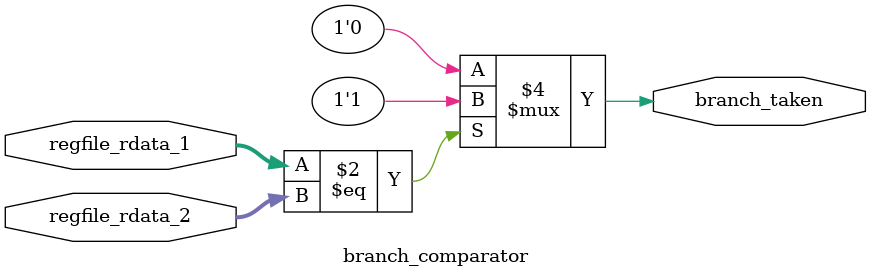
<source format=v>

module branch_comparator(
      input wire [63:0] regfile_rdata_1,
      input wire [63:0] regfile_rdata_2,
      output reg branch_taken
   );

   always@(*) begin

      if (regfile_rdata_1 == regfile_rdata_2)  branch_taken = 1'b1;
      else branch_taken = 1'b0;

   end

endmodule

</source>
